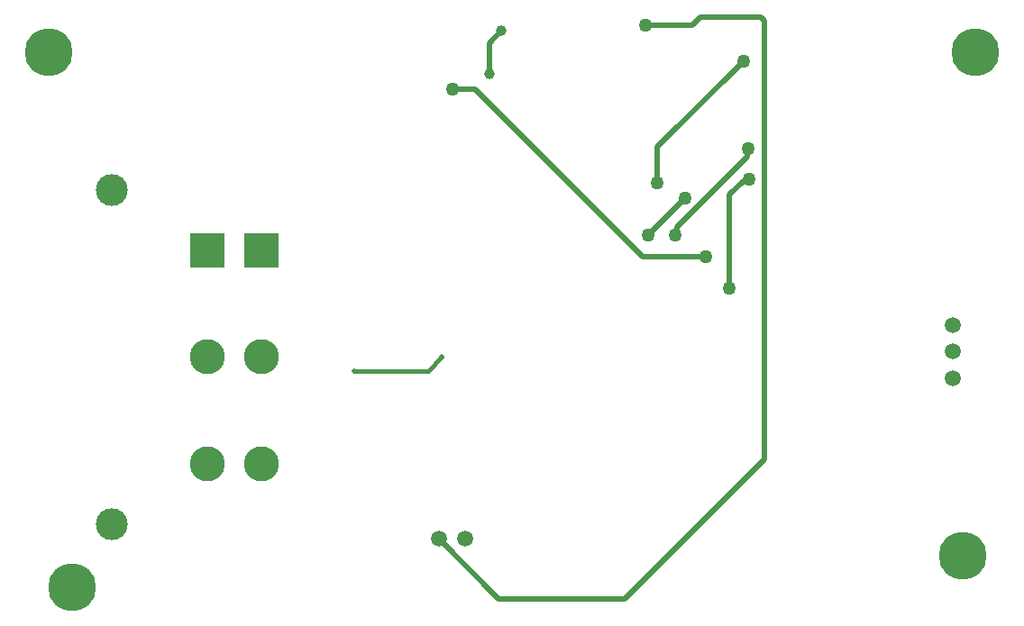
<source format=gbl>
G04*
G04 #@! TF.GenerationSoftware,Altium Limited,Altium Designer,23.8.1 (32)*
G04*
G04 Layer_Physical_Order=2*
G04 Layer_Color=16711680*
%FSLAX25Y25*%
%MOIN*%
G70*
G04*
G04 #@! TF.SameCoordinates,BB991CD9-E61E-4A70-A8D9-3A71C13EE87A*
G04*
G04*
G04 #@! TF.FilePolarity,Positive*
G04*
G01*
G75*
%ADD43C,0.05900*%
%ADD49C,0.01968*%
%ADD50C,0.01575*%
%ADD55C,0.17717*%
%ADD56R,0.12992X0.12992*%
%ADD57C,0.12992*%
%ADD58C,0.11811*%
%ADD59C,0.03937*%
%ADD60C,0.05000*%
%ADD61C,0.01968*%
D43*
X364939Y109200D02*
D03*
Y99357D02*
D03*
Y89514D02*
D03*
X184843Y30020D02*
D03*
X175000D02*
D03*
D49*
X193602Y213583D02*
X198130Y218110D01*
X193602Y202264D02*
Y213583D01*
X251476Y220177D02*
X268780D01*
X271635Y223032D01*
X289282Y162609D02*
X289862Y163189D01*
X287609Y162609D02*
X289282D01*
X282480Y157480D02*
X287609Y162609D01*
X180118Y196457D02*
X188287D01*
X250344Y134400D01*
X273600D01*
X282480Y122835D02*
Y157480D01*
X255800Y175190D02*
X287598Y206988D01*
X255800Y161700D02*
Y175190D01*
X262500Y142400D02*
X263000Y142900D01*
Y145579D02*
X288958Y171537D01*
Y173997D02*
X289567Y174606D01*
X263000Y142900D02*
Y145579D01*
X288958Y171537D02*
Y173997D01*
X252400Y142500D02*
X266100Y156200D01*
X271635Y223032D02*
X294221D01*
X295374Y59646D02*
Y221878D01*
X294221Y223032D02*
X295374Y221878D01*
X243602Y7874D02*
X295374Y59646D01*
X175000Y30020D02*
X197146Y7874D01*
X243602D01*
D50*
X170965Y92323D02*
X176181Y97539D01*
X143701Y92323D02*
X170965D01*
D55*
X368602Y23917D02*
D03*
X373500Y210000D02*
D03*
X39567Y12205D02*
D03*
X30620Y210000D02*
D03*
D56*
X109252Y136713D02*
D03*
X89567D02*
D03*
D57*
X109252Y97343D02*
D03*
X89567D02*
D03*
X109252Y57972D02*
D03*
X89567D02*
D03*
D58*
X54134Y35413D02*
D03*
Y159272D02*
D03*
D59*
X198130Y218110D02*
D03*
X193602Y202264D02*
D03*
D60*
X251476Y220177D02*
D03*
X180118Y196457D02*
D03*
X262500Y142400D02*
D03*
X252400Y142500D02*
D03*
X289862Y163189D02*
D03*
X282480Y122835D02*
D03*
X287598Y206988D02*
D03*
X289567Y174606D02*
D03*
X266100Y156200D02*
D03*
X255800Y161700D02*
D03*
X273600Y134400D02*
D03*
D61*
X143701Y92323D02*
D03*
X176181Y97539D02*
D03*
M02*

</source>
